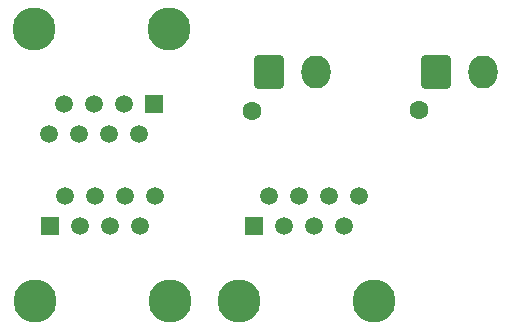
<source format=gbr>
%TF.GenerationSoftware,KiCad,Pcbnew,(7.0.0-0)*%
%TF.CreationDate,2023-02-23T13:52:58+03:00*%
%TF.ProjectId,KSS,4b53532e-6b69-4636-9164-5f7063625858,rev?*%
%TF.SameCoordinates,Original*%
%TF.FileFunction,Soldermask,Bot*%
%TF.FilePolarity,Negative*%
%FSLAX46Y46*%
G04 Gerber Fmt 4.6, Leading zero omitted, Abs format (unit mm)*
G04 Created by KiCad (PCBNEW (7.0.0-0)) date 2023-02-23 13:52:58*
%MOMM*%
%LPD*%
G01*
G04 APERTURE LIST*
G04 Aperture macros list*
%AMRoundRect*
0 Rectangle with rounded corners*
0 $1 Rounding radius*
0 $2 $3 $4 $5 $6 $7 $8 $9 X,Y pos of 4 corners*
0 Add a 4 corners polygon primitive as box body*
4,1,4,$2,$3,$4,$5,$6,$7,$8,$9,$2,$3,0*
0 Add four circle primitives for the rounded corners*
1,1,$1+$1,$2,$3*
1,1,$1+$1,$4,$5*
1,1,$1+$1,$6,$7*
1,1,$1+$1,$8,$9*
0 Add four rect primitives between the rounded corners*
20,1,$1+$1,$2,$3,$4,$5,0*
20,1,$1+$1,$4,$5,$6,$7,0*
20,1,$1+$1,$6,$7,$8,$9,0*
20,1,$1+$1,$8,$9,$2,$3,0*%
G04 Aperture macros list end*
%ADD10C,3.650000*%
%ADD11R,1.500000X1.500000*%
%ADD12C,1.500000*%
%ADD13C,1.600000*%
%ADD14RoundRect,0.250000X-0.980000X-1.150000X0.980000X-1.150000X0.980000X1.150000X-0.980000X1.150000X0*%
%ADD15O,2.460000X2.800000*%
G04 APERTURE END LIST*
D10*
%TO.C,J3*%
X127244500Y-102100000D03*
X138674500Y-102100000D03*
D11*
X128514499Y-95749999D03*
D12*
X129784500Y-93210000D03*
X131054500Y-95750000D03*
X132324500Y-93210000D03*
X133594500Y-95750000D03*
X134864500Y-93210000D03*
X136134500Y-95750000D03*
X137404500Y-93210000D03*
%TD*%
D13*
%TO.C,XA1*%
X128320600Y-86029400D03*
D14*
X129820600Y-82779400D03*
D15*
X133780599Y-82779399D03*
%TD*%
D10*
%TO.C,J1*%
X109972500Y-102100000D03*
X121402500Y-102100000D03*
D11*
X111242499Y-95749999D03*
D12*
X112512500Y-93210000D03*
X113782500Y-95750000D03*
X115052500Y-93210000D03*
X116322500Y-95750000D03*
X117592500Y-93210000D03*
X118862500Y-95750000D03*
X120132500Y-93210000D03*
%TD*%
D10*
%TO.C,J2*%
X121294500Y-79088600D03*
X109864500Y-79088600D03*
D11*
X120024499Y-85438599D03*
D12*
X118754500Y-87978600D03*
X117484500Y-85438600D03*
X116214500Y-87978600D03*
X114944500Y-85438600D03*
X113674500Y-87978600D03*
X112404500Y-85438600D03*
X111134500Y-87978600D03*
%TD*%
D13*
%TO.C,XA2*%
X142467200Y-86004000D03*
D14*
X143967200Y-82754000D03*
D15*
X147927199Y-82753999D03*
%TD*%
M02*

</source>
